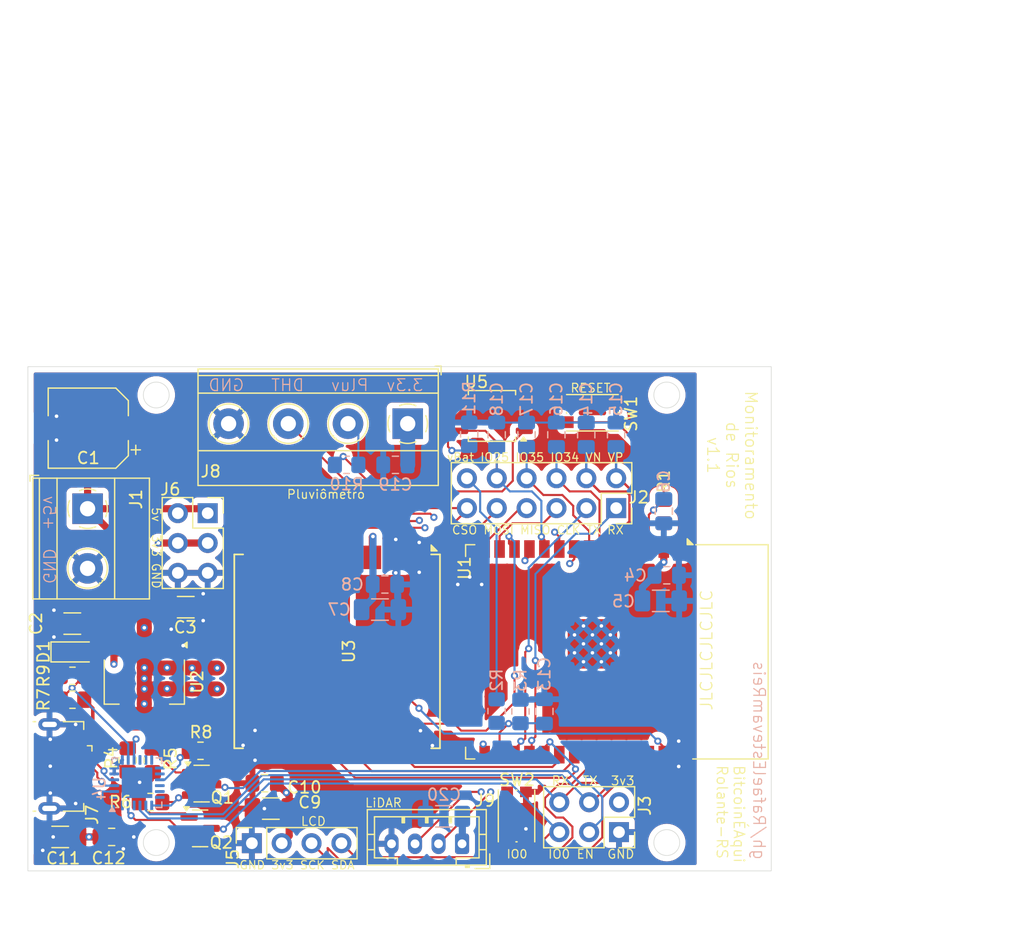
<source format=kicad_pcb>
(kicad_pcb (version 20240108) (generator "pcbnew") (generator_version "8.0")
  (layers (0 "F.Cu" signal) (1 "In1.Cu" signal) (2 "In2.Cu" signal) (31 "B.Cu" signal) (34 "B.Paste" user) (35 "F.Paste" user) (36 "B.SilkS" user "B.Silkscreen") (37 "F.SilkS" user "F.Silkscreen") (38 "B.Mask" user) (39 "F.Mask" user) (44 "Edge.Cuts" user))
  (net 0 "")
  (net 1 "+5V")
  (net 2 "GND")
  (net 3 "+3.3V")
  (net 4 "/EN")
  (net 5 "/VBAT_DIV")
  (net 6 "/AVN")
  (net 7 "/AVP")
  (net 8 "/IO34")
  (net 9 "/IO35")
  (net 10 "/IO25")
  (net 11 "/USB_VBUS")
  (net 12 "/VBAT")
  (net 13 "/RXD0")
  (net 14 "/IO0")
  (net 15 "/TXD0")
  (net 16 "/HSPI_CLK")
  (net 17 "/HSPI_MOSI")
  (net 18 "/HSPI_MISO")
  (net 19 "/HSPI_CSO")
  (net 20 "/L_TXD")
  (net 21 "/L_RXD")
  (net 22 "/LCD_SCK")
  (net 23 "/LCD_SDA")
  (net 24 "/USB_DN")
  (net 25 "/USB_DP")
  (net 27 "/RTS")
  (net 28 "Net-(Q1-B)")
  (net 29 "/DTR")
  (net 30 "Net-(Q2-B)")
  (net 31 "Net-(U4-~{RST})")
  (net 32 "/VBUS_DIV")
  (net 33 "/UART_SUSPEND")
  (net 34 "/SX_DIO0")
  (net 35 "/SX_SCK")
  (net 41 "/SX_MOSI")
  (net 42 "/SX_NSS")
  (net 43 "/SX_RST")
  (net 45 "/SX_MISO")
  (net 46 "/DX_DIO1")
  (net 49 "/SX_DIO2")
  (net 64 "/S_PLUV_RAW")
  (net 65 "Net-(R10-Pad1)")
  (net 66 "Net-(R11-Pad2)")
  (footprint "Resistor_SMD:R_0805_2012Metric_Pad1.20x1.40mm_HandSolder" (layer "F.Cu") (at 149.5485 90.7925 90)
    (property "Reference" "R1")
    (property "Value" "12k")
  )
  (footprint "Connector_PinSocket_2.54mm:PinSocket_1x04_P2.54mm_Vertical" (layer "F.Cu") (at 114.5032 119.0244 90)
    (property "Reference" "J5")
    (property "Value" "LCD")
  )
  (footprint "Capacitor_SMD:C_0805_2012Metric_Pad1.18x1.45mm_HandSolder" (layer "F.Cu") (at 102.574 118.491)
    (property "Reference" "C12")
    (property "Value" "100nF")
  )
  (footprint "Button_Switch_SMD:SW_Push_1P1T_NO_CK_KMR2" (layer "F.Cu") (at 143.4772 82.3848)
    (property "Reference" "SW1")
    (property "Value" "EN")
  )
  (footprint "Resistor_SMD:R_0805_2012Metric_Pad1.20x1.40mm_HandSolder" (layer "F.Cu") (at 99.2405 106.807 180)
    (property "Reference" "R7")
    (property "Value" "22k1")
  )
  (footprint "Capacitor_SMD:C_1206_3216Metric_Pad1.33x1.80mm_HandSolder" (layer "F.Cu") (at 99.2255 100.33 180)
    (property "Reference" "C2")
    (property "Value" "22uF")
  )
  (footprint "Package_TO_SOT_SMD:SOT-223-3_TabPin2" (layer "F.Cu") (at 105.3525 105.2795 -90)
    (property "Reference" "U2")
    (property "Value" "AMS1117")
  )
  (footprint "Connector_PinSocket_2.54mm:PinSocket_2x06_P2.54mm_Vertical" (layer "F.Cu") (at 145.5 90.5 -90)
    (property "Reference" "J2")
    (property "Value" "IO")
  )
  (footprint "Capacitor_SMD:C_0805_2012Metric_Pad1.18x1.45mm_HandSolder" (layer "F.Cu") (at 115.5915 113.919)
    (property "Reference" "C10")
    (property "Value" "100nF")
  )
  (footprint "Resistor_SMD:R_0805_2012Metric_Pad1.20x1.40mm_HandSolder" (layer "F.Cu") (at 105.8832 115.5192 180)
    (property "Reference" "R6")
    (property "Value" "10k")
  )
  (footprint "Resistor_SMD:R_0805_2012Metric_Pad1.20x1.40mm_HandSolder" (layer "F.Cu") (at 99.2405 104.775 180)
    (property "Reference" "R9")
    (property "Value" "47k5")
  )
  (footprint "Resistor_SMD:R_0805_2012Metric_Pad1.20x1.40mm_HandSolder" (layer "F.Cu") (at 110.1325 111.1575)
    (property "Reference" "R8")
    (property "Value" "10k")
  )
  (footprint "Connector_PinSocket_2.54mm:PinSocket_2x03_P2.54mm_Vertical" (layer "F.Cu") (at 145.7385 118.0815 -90)
    (property "Reference" "J3")
    (property "Value" "PGM2")
  )
  (footprint "Capacitor_SMD:C_1206_3216Metric_Pad1.33x1.80mm_HandSolder" (layer "F.Cu") (at 108.8775 98.933)
    (property "Reference" "C3")
    (property "Value" "22uF")
  )
  (footprint "RF_Module:ESP32-WROOM-32" (layer "F.Cu") (at 142.5685 102.7345 -90)
    (property "Reference" "U1")
    (property "Value" "ESP32-WROOM-32")
  )
  (footprint "Capacitor_SMD:CP_Elec_6.3x5.7" (layer "F.Cu") (at 100.584 83.693 180)
    (property "Reference" "C1")
    (property "Value" "100uF")
  )
  (footprint "Package_SO:SOP-4_3.8x4.1mm_P2.54mm" (layer "F.Cu") (at 134.9316 82.6516 180)
    (property "Reference" "U5")
    (property "Value" "PC817")
  )
  (footprint "Button_Switch_SMD:SW_Push_1P1T_NO_CK_KMR2" (layer "F.Cu") (at 137.0204 116.7056 -90)
    (property "Reference" "SW2")
    (property "Value" "IO0")
  )
  (footprint "Diode_SMD:D_SOD-323_HandSoldering" (layer "F.Cu") (at 99.421 102.743)
    (property "Reference" "D1")
    (property "Value" "BAT760-7")
  )
  (footprint "Capacitor_SMD:C_1206_3216Metric_Pad1.33x1.80mm_HandSolder" (layer "F.Cu") (at 98.196 118.491 180)
    (property "Reference" "C11")
    (property "Value" "4.7uF")
  )
  (footprint "Capacitor_SMD:C_1206_3216Metric_Pad1.33x1.80mm_HandSolder" (layer "F.Cu") (at 116.1165 116.078 180)
    (property "Reference" "C9")
    (property "Value" "22uF")
  )
  (footprint "TerminalBlock_Phoenix:TerminalBlock_Phoenix_MKDS-1,5-4-5.08_1x04_P5.08mm_Horizontal" (layer "F.Cu") (at 127.762 83.312 180)
    (property "Reference" "J8")
    (property "Value" "Pluv")
  )
  (footprint "Connector_USB:USB_Micro-B_GCT_USB3076-30-A" (layer "F.Cu") (at 98.4875 112.488 -90)
    (property "Reference" "J7")
    (property "Value" "USB_B_Micro")
  )
  (footprint "Package_TO_SOT_SMD:SOT-23" (layer "F.Cu") (at 110.1 117.7615)
    (property "Reference" "Q2")
    (property "Value" "SS8050-G")
  )
  (footprint "Resistor_SMD:R_0805_2012Metric_Pad1.20x1.40mm_HandSolder" (layer "F.Cu") (at 103.9368 111.9538 -90)
    (property "Reference" "R4")
    (property "Value" "2k")
  )
  (footprint "Package_TO_SOT_SMD:SOT-23" (layer "F.Cu") (at 110.227 113.9515)
    (property "Reference" "Q1")
    (property "Value" "SS8050-G")
  )
  (footprint "Resistor_SMD:R_0805_2012Metric_Pad1.20x1.40mm_HandSolder" (layer "F.Cu") (at 106.0704 111.9726 90)
    (property "Reference" "R5")
    (property "Value" "10k")
  )
  (footprint "RF_Module:Ai-Thinker-Ra-01-LoRa" (layer "F.Cu") (at 121.757 102.693 -90)
    (property "Reference" "U3")
    (property "Value" "Ai-Thinker-Ra-02")
  )
  (footprint "Connector_PinSocket_2.54mm:PinSocket_2x03_P2.54mm_Vertical" (layer "F.Cu") (at 110.744 90.932)
    (property "Reference" "J6")
    (property "Value" "SNS_PWR")
  )
  (footprint "Connector_JST:JST_PH_B4B-PH-K_1x04_P2.00mm_Vertical" (layer "F.Cu") (at 132.3848 119.0752 180)
    (property "Reference" "J9")
    (property "Value" "Lidar")
  )
  (footprint "TerminalBlock_Phoenix:TerminalBlock_Phoenix_MKDS-1,5-2-5.08_1x02_P5.08mm_Horizontal" (layer "F.Cu") (at 100.5265 90.551 -90)
    (property "Reference" "J1")
    (property "Value" "5vEx")
  )
  (footprint "Capacitor_SMD:C_0805_2012Metric_Pad1.18x1.45mm_HandSolder" (layer "B.Cu") (at 125.821 96.9995)
    (property "Reference" "C8")
    (property "Value" "100nf")
  )
  (footprint "Capacitor_SMD:C_0805_2012Metric_Pad1.18x1.45mm_HandSolder" (layer "B.Cu") (at 149.5485 90.755 -90)
    (property "Reference" "C6")
    (property "Value" "100nF")
  )
  (footprint "Capacitor_SMD:C_1206_3216Metric_Pad1.33x1.80mm_HandSolder" (layer "B.Cu") (at 130.8485 116.7384 180)
    (property "Reference" "C20")
    (property "Value" "22uF")
  )
  (footprint "Capacitor_SMD:C_0805_2012Metric_Pad1.18x1.45mm_HandSolder" (layer "B.Cu") (at 137.8712 84.2557 -90)
    (property "Reference" "C17")
    (property "Value" "100nF")
  )
  (footprint "Resistor_SMD:R_0805_2012Metric_Pad1.20x1.40mm_HandSolder" (layer "B.Cu") (at 137.3565 107.8105 90)
    (property "Reference" "R3")
    (property "Value" "8k2")
  )
  (footprint "Package_DFN_QFN:QFN-24-1EP_4x4mm_P0.5mm_EP2.6x2.6mm" (layer "B.Cu") (at 104.7325 113.8755)
    (property "Reference" "U4")
    (property "Value" "CP2102N")
  )
  (footprint "Capacitor_SMD:C_0805_2012Metric_Pad1.18x1.45mm_HandSolder" (layer "B.Cu") (at 149.8025 96.216)
    (property "Reference" "C4")
    (property "Value" "100nF")
  )
  (footprint "Capacitor_SMD:C_0805_2012Metric_Pad1.18x1.45mm_HandSolder" (layer "B.Cu") (at 140.4112 84.2557 -90)
    (property "Reference" "C16")
    (property "Value" "100nF")
  )
  (footprint "Resistor_SMD:R_0805_2012Metric_Pad1.20x1.40mm_HandSolder" (layer "B.Cu") (at 122.5644 86.8172)
    (property "Reference" "R10")
    (property "Value" "470R")
  )
  (footprint "Capacitor_SMD:C_0805_2012Metric_Pad1.18x1.45mm_HandSolder" (layer "B.Cu") (at 142.9512 84.2557 -90)
    (property "Reference" "C14")
    (property "Value" "100nF")
  )
  (footprint "Resistor_SMD:R_0805_2012Metric_Pad1.20x1.40mm_HandSolder" (layer "B.Cu") (at 135.3245 107.7785 -90)
    (property "Reference" "R2")
    (property "Value" "100k")
  )
  (footprint "Capacitor_SMD:C_0805_2012Metric_Pad1.18x1.45mm_HandSolder" (layer "B.Cu") (at 139.3885 107.805 -90)
    (property "Reference" "C13")
    (property "Value" "100nF")
  )
  (footprint "Capacitor_SMD:C_1206_3216Metric_Pad1.33x1.80mm_HandSolder" (layer "B.Cu") (at 125.4015 99.137)
    (property "Reference" "C7")
    (property "Value" "22uF")
  )
  (footprint "Capacitor_SMD:C_0805_2012Metric_Pad1.18x1.45mm_HandSolder" (layer "B.Cu") (at 126.7167 86.8172)
    (property "Reference" "C19")
    (property "Value" "22uF")
  )
  (footprint "Capacitor_SMD:C_1206_3216Metric_Pad1.33x1.80mm_HandSolder" (layer "B.Cu") (at 149.2945 98.3965)
    (property "Reference" "C5")
    (property "Value" "22uF")
  )
  (footprint "Capacitor_SMD:C_0805_2012Metric_Pad1.18x1.45mm_HandSolder" (layer "B.Cu") (at 145.4912 84.2557 -90)
    (property "Reference" "C15")
    (property "Value" "100nF")
  )
  (footprint "Capacitor_SMD:C_0805_2012Metric_Pad1.18x1.45mm_HandSolder" (layer "B.Cu") (at 135.3312 84.2557 -90)
    (property "Reference" "C18")
    (property "Value" "100nF")
  )
  (footprint "Resistor_SMD:R_0805_2012Metric_Pad1.20x1.40mm_HandSolder" (layer "B.Cu") (at 132.9944 84.2104 -90)
    (property "Reference" "R11")
    (property "Value" "10k")
  )
  (gr_circle (center 149.8025 80.8705) (end 149.8025 81.9705) (stroke (width 0.05)) (fill none) (layer "Edge.Cuts"))
  (gr_rect (start 95.4465 78.4575) (end 158.6925 121.3835) (stroke (width 0.05)) (fill none) (layer "Edge.Cuts"))
  (gr_circle (center 149.8025 118.9705) (end 149.8025 120.0705) (stroke (width 0.05)) (fill none) (layer "Edge.Cuts"))
  (gr_circle (center 106.3685 80.8705) (end 106.3685 81.9705) (stroke (width 0.05)) (fill none) (layer "Edge.Cuts"))
  (gr_circle (center 106.3685 118.9705) (end 106.3685 120.0705) (stroke (width 0.05)) (fill none) (layer "Edge.Cuts"))
  (gr_text "3.3v  Pluv   DHT   GND" (at 129.159 80.6196 0) (layer "B.SilkS") (effects (font (size 1 1) (thickness 0.1)) (justify left bottom mirror)))
  (gr_text "GND  +5v" (at 96.6724 97.028 270) (layer "B.SilkS") (effects (font (size 1 1) (thickness 0.1)) (justify left bottom mirror)))
  (gr_text "gh/RafaelEstevamReis" (at 157.0736 120.4976 -90) (layer "B.SilkS") (effects (font (size 1 1) (thickness 0.1)) (justify left bottom mirror)))
  (gr_text "IO0 EN  GND" (at 139.6492 120.396 0) (layer "F.SilkS") (effects (font (size 0.75 0.75) (thickness 0.1)) (justify left bottom)))
  (gr_text "vBat IO25 IO35 IO34 VN VP" (at 131.0386 86.5886 0) (layer "F.SilkS") (effects (font (size 0.7112 0.7112) (thickness 0.1)) (justify left bottom)))
  (gr_text "RESET" (at 141.5542 80.7212 0) (layer "F.SilkS") (effects (font (size 0.75 0.75) (thickness 0.1)) (justify left bottom)))
  (gr_text "LiDAR" (at 124.079 116.0272 0) (layer "F.SilkS") (effects (font (size 0.75 0.75) (thickness 0.1)) (justify left bottom)))
  (gr_text "CSO MOSI MISO CLK TX RX" (at 131.4704 92.7862 0) (layer "F.SilkS") (effects (font (size 0.7112 0.7112) (thickness 0.1)) (justify left bottom)))
  (gr_text "Pluviômetro" (at 117.4242 89.7636 0) (layer "F.SilkS") (effects (font (size 0.75 0.75) (thickness 0.1)) (justify left bottom)))
  (gr_text "BitcoinÉAqui\nRolante-RS" (at 153.9748 112.3188 270) (layer "F.SilkS") (effects (font (size 0.9 0.9) (thickness 0.1)) (justify left bottom)))
  (gr_text "GND 3v3 SCK SDA" (at 113.3856 121.3104 0) (layer "F.SilkS") (effects (font (size 0.7112 0.7112) (thickness 0.1)) (justify left bottom)))
  (gr_text "Monitoramento\nde Rios\nv1.1" (at 153.162 86.0044 270) (layer "F.SilkS") (effects (font (size 1 1) (thickness 0.1)) (justify bottom)))
  (gr_text "IO0" (at 136.1186 120.3706 0) (layer "F.SilkS") (effects (font (size 0.7112 0.7112) (thickness 0.1)) (justify left bottom)))
  (gr_text "RX  TX  3v3" (at 139.954 114.1476 0) (layer "F.SilkS") (effects (font (size 0.75 0.75) (thickness 0.1)) (justify left bottom)))
  (gr_text "LCD" (at 118.618 117.602 0) (layer "F.SilkS") (effects (font (size 0.75 0.75) (thickness 0.1)) (justify left bottom)))
  (gr_text "5v  3v3 GND" (at 105.9434 90.3732 270) (layer "F.SilkS") (effects (font (size 0.7112 0.7112) (thickness 0.1)) (justify left bottom)))
  (gr_text "JLCJLCJLCJLC" (at 153.7716 107.7976 90) (layer "F.SilkS") (effects (font (size 1 1) (thickness 0.1)) (justify left bottom)))
  (segment (start 100.5265 90.551) (end 100.5265 86.4505) (width 0.6096) (layer "F.Cu") (net 1))
  (segment (start 100.5265 90.551) (end 110.49 90.551) (width 0.6096) (layer "F.Cu") (net 1))
  (segment (start 98.375 102.743) (end 100.788 100.33) (width 0.3048) (layer "F.Cu") (net 1))
  (segment (start 110.49 90.551) (end 110.744 90.805) (width 0.6096) (layer "F.Cu") (net 1))
  (segment (start 100.788 100.33) (end 103.0525 100.33) (width 0.6096) (layer "F.Cu") (net 1))
  (segment (start 100.5265 86.4505) (end 103.284 83.693) (width 0.6096) (layer "F.Cu") (net 1))
  (segment (start 102.7684 103.7844) (end 102.7684 102.4136) (width 0.6096) (layer "F.Cu") (net 1))
  (segment (start 98.171 102.743) (end 98.375 102.743) (width 0.3048) (layer "F.Cu") (net 1))
  (segment (start 103.0525 102.2315) (end 103.0525 100.33) (width 0.6096) (layer "F.Cu") (net 1))
  (segment (start 103.0525 100.33) (end 103.0525 93.077) (width 0.6096) (layer "F.Cu") (net 1))
  (segment (start 103.0525 93.077) (end 100.5265 90.551) (width 0.6096) (layer "F.Cu") (net 1))
  (segment (start 102.7684 102.4136) (end 103.0525 102.1295) (width 0.6096) (layer "F.Cu") (net 1))
  (via (at 102.7684 103.7844) (size 0.6096) (drill 0.3048) (layers "F.Cu" "B.Cu") (net 1))
  (segment (start 132.411 116.7384) (end 132.411 119.049) (width 0.6096) (layer "B.Cu") (net 1))
  (segment (start 132.411 119.049) (end 132.3848 119.0752) (width 0.6096) (layer "B.Cu") (net 1))
  (segment (start 99.9375 113.788) (end 97.4625 113.788) (width 0.1778) (layer "F.Cu") (net 2))
  (segment (start 99.5175 110.168) (end 99.5175 108.921) (width 0.3048) (layer "F.Cu") (net 2))
  (segment (start 98.4825 110.168) (end 97.2875 111.363) (width 0.3048) (layer "F.Cu") (net 2))
  (segment (start 99.5175 110.168) (end 98.4825 110.168) (width 0.3048) (layer "F.Cu") (net 2))
  (segment (start 128.8475 109.4455) (end 128.8475 110.6025) (width 0.1778) (layer "F.Cu") (net 2))
  (segment (start 99.9375 113.788) (end 99.9375 114.388) (width 0.1778) (layer "F.Cu") (net 2))
  (segment (start 99.5175 108.921) (end 99.5105 108.914) (width 0.3048) (layer "F.Cu") (net 2))
  (segment (start 128.8475 110.6025) (end 128.757 110.693) (width 0.1778) (layer "F.Cu") (net 2))
  (segment (start 97.4625 113.788) (end 97.2875 113.613) (width 0.1778) (layer "F.Cu") (net 2))
  (segment (start 126.757 94.693) (end 126.757 93.248) (width 0.6096) (layer "F.Cu") (net 2))
  (segment (start 99.9375 114.388) (end 99.5175 114.808) (width 0.1778) (layer "F.Cu") (net 2))
  (via (at 115.57 116.078) (size 0.6096) (drill 0.3048) (layers "F.Cu" "B.Cu") (net 2))
  (via (at 97.663 101.473) (size 0.6096) (drill 0.3048) (layers "F.Cu" "B.Cu") (net 2))
  (via (at 114.772 109.424) (size 0.6096) (drill 0.3048) (layers "F.Cu" "B.Cu") (net 2))
  (via (at 129.8635 110.7155) (size 0.6096) (drill 0.3048) (layers "F.Cu" "B.Cu") (net 2))
  (via (at 133.0385 96.3645) (size 0.6096) (drill 0.3048) (layers "F.Cu" "B.Cu") (net 2))
  (via (at 150.8185 112.4935) (size 0.6096) (drill 0.3048) (layers "F.Cu" "B.Cu") (net 2))
  (via (at 97.3515 110.184) (size 0.6096) (drill 0.3048) (layers "F.Cu" "B.Cu") (net 2))
  (via (at 103.5685 119.507) (size 0.6096) (drill 0.3048) (layers "F.Cu" "B.Cu") (net 2))
  (via (at 150.8185 110.3345) (size 0.6096) (drill 0.3048) (layers "F.Cu" "B.Cu") (net 2))
  (via (at 126.746 93.168) (size 0.6096) (drill 0.3048) (layers "F.Cu" "B.Cu") (net 2))
  (via (at 128.742 93.422) (size 0.6096) (drill 0.3048) (layers "F.Cu" "B.Cu") (net 2))
  (via (at 96.7105 119.634) (size 0.6096) (drill 0.3048) (layers "F.Cu" "B.Cu") (net 2))
  (via (at 97.3515 114.756) (size 0.6096) (drill 0.3048) (layers "F.Cu" "B.Cu") (net 2))
  (via (at 104.4575 118.491) (size 0.6096) (drill 0.3048) (layers "F.Cu" "B.Cu") (net 2))
  (via (at 132.0225 96.9995) (size 0.6096) (drill 0.3048) (layers "F.Cu" "B.Cu") (net 2))
  (via (at 108.6545 102.2065) (size 0.6096) (drill 0.3048) (layers "F.Cu" "B.Cu") (net 2))
  (via (at 99.5105 115.645) (size 0.6096) (drill 0.3048) (layers "F.Cu" "B.Cu") (net 2))
  (via (at 99.5105 108.914) (size 0.6096) (drill 0.3048) (layers "F.Cu" "B.Cu") (net 2))
  (via (at 126.746 96.012) (size 0.6096) (drill 0.3048) (layers "F.Cu" "B.Cu") (net 2))
  (via (at 137.8204 117.8052) (size 0.6096) (drill 0.3048) (layers "F.Cu" "B.Cu") (net 2))
  (via (at 110.363 97.79) (size 0.6096) (drill 0.3048) (layers "F.Cu" "B.Cu") (net 2))
  (via (at 97.5995 118.491) (size 0.6096) (drill 0.3048) (layers "F.Cu" "B.Cu") (net 2))
  (via (at 97.884 84.709) (size 0.6096) (drill 0.3048) (layers "F.Cu" "B.Cu") (net 2))
  (via (at 97.3515 112.47) (size 0.6096) (drill 0.3048) (layers "F.Cu" "B.Cu") (net 2))
  (via (at 128.742 95.962) (size 0.6096) (drill 0.3048) (layers "F.Cu" "B.Cu") (net 2))
  (via (at 110.363 100.076) (size 0.6096) (drill 0.3048) (layers "F.Cu" "B.Cu") (net 2))
  (via (at 134.0545 96.9995) (size 0.6096) (drill 0.3048) (layers "F.Cu" "B.Cu") (net 2))
  (via (at 107.6385 100.8095) (size 0.6096) (drill 0.3048) (layers "F.Cu" "B.Cu") (net 2))
  (via (at 114.772 111.964) (size 0.6096) (drill 0.3048) (layers "F.Cu" "B.Cu") (net 2))
  (via (at 128.8475 109.4455) (size 0.6096) (drill 0.3048) (layers "F.Cu" "B.Cu") (net 2))
  (via (at 101.5425 114.7795) (size 0.6096) (drill 0.3048) (layers "F.Cu" "B.Cu") (net 2))
  (via (at 104.9528 113.8428) (size 0.6096) (drill 0.3048) (layers "F.Cu" "B.Cu") (net 2))
  (via (at 97.663 99.187) (size 0.6096) (drill 0.3048) (layers "F.Cu" "B.Cu") (net 2))
  (via (at 97.884 82.677) (size 0.6096) (drill 0.3048) (layers "F.Cu" "B.Cu") (net 2))
  (via (at 113.756 110.694) (size 0.6096) (drill 0.3048) (layers "F.Cu" "B.Cu") (net 2))
  (segment (start 126.837 93.168) (end 126.837 95.921) (width 0.6096) (layer "B.Cu") (net 2))
  (segment (start 126.837 96.978) (end 126.8585 96.9995) (width 0.6096) (layer "B.Cu") (net 2))
  (segment (start 135.085 83.2182) (end 135.0772 83.2104) (width 0.1778) (layer "B.Cu") (net 2))
  (segment (start 126.837 95.921) (end 126.746 96.012) (width 0.6096) (layer "B.Cu") (net 2))
  (segment (start 135.0772 83.2104) (end 132.9944 83.2104) (width 0.1778) (layer "B.Cu") (net 2))
  (segment (start 102.795 114.6255) (end 101.6965 114.6255) (width 0.1778) (layer "B.Cu") (net 2))
  (segment (start 101.6965 114.6255) (end 101.5425 114.7795) (width 0.1778) (layer "B.Cu") (net 2))
  (segment (start 126.746 96.012) (end 126.837 96.103) (width 0.6096) (layer "B.Cu") (net 2))
  (segment (start 126.837 96.103) (end 126.837 96.978) (width 0.6096) (layer "B.Cu") (net 2))
  (segment (start 135.3312 83.2182) (end 135.085 83.2182) (width 0.1778) (layer "B.Cu") (net 2))
  (segment (start 135.3312 83.2182) (end 145.4912 83.2182) (width 0.1778) (layer "B.Cu") (net 2))
  (segment (start 108.204 93.472) (end 106.553 93.472) (width 0.6096) (layer "F.Cu") (net 3))
  (segment (start 105.3525 103.6035) (end 105.3525 102.2315) (width 1.27) (layer "F.Cu") (net 3))
  (segment (start 105.3592 104.0892) (end 105.3525 104.0825) (width 1.27) (layer "F.Cu") (net 3))
  (segment (start 105.3525 102.2315) (end 105.3525 100.6825) (width 1.27) (layer "F.Cu") (net 3))
  (segment (start 107.2896 105.8672) (end 107.3119 105.8895) (width 1.27) (layer "F.Cu") (net 3))
  (segment (start 99.822 118.491) (end 100.711 118.491) (width 0.6096) (layer "F.Cu") (net 3))
  (segment (start 107.2673 104.1115) (end 105.8605 104.1115) (width 1.27) (layer "F.Cu") (net 3))
  (segment (start 117.679 116.078) (end 117.679 118.3886) (width 0.6096) (layer "F.Cu") (net 3))
  (segment (start 105.3525 100.6825) (end 105.3525 99.8795) (width 1.27) (layer "F.Cu") (net 3))
  (segment (start 103.857 113.03) (end 102.8125 111.9855) (width 0.1778) (layer "F.Cu") (net 3))
  (segment (start 110.744 93.472) (end 108.204 93.472) (width 0.6096) (layer "F.Cu") (net 3))
  (segment (start 109.4165 105.8895) (end 111.5568 105.8895) (width 1.27) (layer "F.Cu") (net 3))
  (segment (start 149.5485 95.0945) (end 149.5485 93.9845) (width 0.6096) (layer "F.Cu") (net 3))
  (segment (start 105.3525 107.1595) (end 105.3525 105.8895) (width 1.27) (layer "F.Cu") (net 3))
  (segment (start 105.3525 104.8735) (end 105.3525 104.0959) (width 1.27) (layer "F.Cu") (net 3))
  (segment (start 103.9368 113.03) (end 103.857 113.03) (width 0.1778) (layer "F.Cu") (net 3))
  (segment (start 117.679 114.969) (end 116.629 113.919) (width 0.6096) (layer "F.Cu") (net 3))
  (segment (start 124.757 94.693) (end 124.757 92.962) (width 0.6096) (layer "F.Cu") (net 3))
  (segment (start 149.5485 91.7925) (end 149.5485 93.9845) (width 0.1778) (layer "F.Cu") (net 3))
  (segment (start 117.679 118.3886) (end 117.0432 119.0244) (width 0.6096) (layer "F.Cu") (net 3))
  (segment (start 105.3525 99.8795) (end 106.299 98.933) (width 1.27) (layer "F.Cu") (net 3))
  (segment (start 106.299 98.933) (end 107.315 98.933) (width 1.27) (layer "F.Cu") (net 3))
  (segment (start 117.679 116.078) (end 117.679 114.969) (width 0.6096) (layer "F.Cu") (net 3))
  (segment (start 109.4165 104.1115) (end 111.5568 104.1115) (width 1.27) (layer "F.Cu") (net 3))
  (segment (start 107.3119 105.8895) (end 109.4165 105.8895) (width 1.27) (layer "F.Cu") (net 3))
  (segment (start 100.6475 118.491) (end 101.5365 118.491) (width 0.6096) (layer "F.Cu") (net 3))
  (segment (start 105.3525 104.0959) (end 105.3592 104.0892) (width 1.27) (layer "F.Cu") (net 3))
  (segment (start 105.3525 108.5315) (end 105.3525 107.1595) (width 1.27) (layer "F.Cu") (net 3))
  (segment (start 107.2673 105.8895) (end 107.2896 105.8672) (width 1.27) (layer "F.Cu") (net 3))
  (segment (start 105.3525 105.8895) (end 105.3525 104.8735) (width 1.27) (layer "F.Cu") (net 3))
  (segment (start 105.3525 104.0825) (end 105.3525 103.6035) (width 1.27) (layer "F.Cu") (net 3))
  (segment (start 105.3525 105.8895) (end 107.2673 105.8895) (width 1.27) (layer "F.Cu") (net 3))
  (segment (start 109.4165 104.1115) (end 107.3119 104.1115) (width 1.27) (layer "F.Cu") (net 3))
  (segment (start 124.757 92.962) (end 124.805 92.914) (width 0.6096) (layer "F.Cu") (net 3))
  (via (at 102.8125 111.9855) (size 0.6096) (drill 0.3048) (layers "F.Cu" "B.Cu") (net 3))
  (via (at 105.3525 107.1595) (size 0.6096) (drill 0.3048) (layers "F.Cu" "B.Cu") (net 3))
  (via (at 100.6475 118.491) (size 0.6096) (drill 0.3048) (layers "F.Cu" "B.Cu") (net 3))
  (via (at 105.3592 104.0892) (size 0.6096) (drill 0.3048) (layers "F.Cu" "B.Cu") (net 3))
  (via (at 117.433 114.723) (size 0.6096) (drill 0.3048) (layers "F.Cu" "B.Cu") (net 3))
  (via (at 106.553 93.472) (size 0.6096) (drill 0.3048) (layers "F.Cu" "B.Cu") (net 3))
  (via (at 107.2896 105.8672) (size 0.6096) (drill 0.3048) (layers "F.Cu" "B.Cu") (net 3))
  (via (at 111.5568 105.8895) (size 0.6096) (drill 0.3048) (layers "F.Cu" "B.Cu") (net 3))
  (via (at 109.4165 104.1115) (size 0.6096) (drill 0.3048) (layers "F.Cu" "B.Cu") (net 3))
  (via (at 109.4165 105.8895) (size 0.6096) (drill 0.3048) (layers "F.Cu" "B.Cu") (net 3))
  (via (at 111.5568 104.1115) (size 0.6096) (drill 0.3048) (layers "F.Cu" "B.Cu") (net 3))
  (via (at 105.3525 105.0036) (size 0.6096) (drill 0.3048) (layers "F.Cu" "B.Cu") (net 3))
  (via (at 105.3525 100.6825) (size 0.6096) (drill 0.3048) (layers "F.Cu" "B.Cu") (net 3))
  (via (at 149.5485 95.0945) (size 0.6096) (drill 0.3048) (layers "F.Cu" "B.Cu") (net 3))
  (via (at 105.3525 105.8895) (size 0.6096) (drill 0.3048) (layers "F.Cu" "B.Cu") (net 3))
  (via (at 124.805 92.914) (size 0.6096) (drill 0.3048) (layers "F.Cu" "B.Cu") (net 3))
  (via (at 107.2896 104.0892) (size 0.6096) (drill 0.3048) (layers "F.Cu" "B.Cu") (net 3))
  (segment (start 124.7835 98.1925) (end 123.839 99.137) (width 0.6096) (layer "B.Cu") (net 3))
  (segment (start 102.8125 111.9855) (end 103.12375 112.29675) (width 0.3048) (layer "B.Cu") (net 3))
  (segment (start 148.765 95.878) (end 149.5485 95.0945) (width 0.6096) (layer "B.Cu") (net 3))
  (segment (start 147.732 97.249) (end 148.765 96.216) (width 0.6096) (layer "B.Cu") (net 3))
  (segment (start 147.732 98.3965) (end 147.732 97.249) (width 0.6096) (layer "B.Cu") (net 3))
  (segment (start 148.765 96.216) (end 148.765 95.878) (width 0.6096) (layer "B.Cu") (net 3))
  (segment (start 102.795 112.6255) (end 103.12375 112.29675) (width 0.3048) (layer "B.Cu") (net 3))
  (segment (start 127.762 83.312) (end 127.762 86.8094) (width 1.27) (layer "B.Cu") (net 3))
  (segment (start 124.7835 96.9995) (end 124.7835 98.1925) (width 0.6096) (layer "B.Cu") (net 3))
  (segment (start 124.805 96.978) (end 124.7835 96.9995) (width 0.6096) (layer "B.Cu") (net 3))
  (segment (start 102.795 113.1255) (end 102.795 112.6255) (width 0.3048) (layer "B.Cu") (net 3))
  (segment (start 127.762 86.8094) (end 127.7542 86.8172) (width 1.27) (layer "B.Cu") (net 3))
  (segment (start 103.12375 112.29675) (end 103.4825 111.938) (width 0.3048) (layer "B.Cu") (net 3))
  (segment (start 124.805 92.914) (end 124.805 96.978) (width 0.6096) (layer "B.Cu") (net 3))
  (segment (start 112.2105 114.2715) (end 111.4845 114.2715) (width 0.1778) (layer "F.Cu") (net 4))
  (segment (start 149.5485 89.7925) (end 148.6755 90.6655) (width 0.1778) (layer "F.Cu") (net 4))
  (segment (start 148.2785 91.0625) (end 148.2785 93.9845) (width 0.1778) (layer "F.Cu") (net 4))
  (segment (start 148.6755 90.6655) (end 148.2785 91.0625) (width 0.1778) (layer "F.Cu") (net 4))
  (segment (start 111.4845 114.2715) (end 111.1645 113.9515) (width 0.1778) (layer "F.Cu") (net 4))
  (segment (start 149.5485 89.7925) (end 149.5485 87.2061) (width 0.1778) (layer "F.Cu") (net 4))
  (segment (start 141.4272 83.1848) (end 145.5272 83.1848) (width 0.1778) (layer "F.Cu") (net 4))
  (segment (start 149.5485 87.2061) (end 145.5272 83.1848) (width 0.1778) (layer "F.Cu") (net 4))
  (via (at 112.2105 114.2715) (size 0.6096) (drill 0.3048) (layers "F.Cu" "B.Cu") (net 4))
  (via (at 148.6755 90.6655) (size 0.6096) (drill 0.3048) (layers "F.Cu" "B.Cu") (net 4))
  (segment (start 143.1985 118.0815) (end 144.3152 116.9648) (width 0.1778) (layer "B.Cu") (net 4))
  (segment (start 115.2144 112.8776) (end 113.762 114.33) (width 0.1778) (layer "B.Cu") (net 4))
  (segment (start 112.269 114.33) (end 112.2105 114.2715) (width 0.1778) (layer "B.Cu") (net 4))
  (segment (start 142.580674 114.0692) (end 141.389074 112.8776) (width 0.1778) (layer "B.Cu") (net 4))
  (segment (start 113.762 114.33) (end 112.269 114.33) (width 0.1778) (layer "B.Cu") (net 4))
  (segment (start 143.305453 114.0692) (end 142.580674 114.0692) (width 0.1778) (layer "B.Cu") (net 4))
  (segment (start 141.389074 112.8776) (end 115.2144 112.8776) (width 0.1778) (layer "B.Cu") (net 4))
  (segment (start 144.3152 116.9648) (end 144.3152 115.078947) (width 0.1778) (layer "B.Cu") (net 4))
  (segment (start 149.5485 89.7175) (end 149.5485 89.7925) (width 0.1778) (layer "B.Cu") (net 4))
  (segment (start 149.5485 89.7925) (end 148.6755 90.6655) (width 0.1778) (layer "B.Cu") (net 4))
  (segment (start 144.3152 115.078947) (end 143.305453 114.0692) (width 0.1778) (layer "B.Cu") (net 4))
  (segment (start 135.5785 111.4845) (end 135.5785 109.6045) (width 0.1778) (layer "F.Cu") (net 5))
  (segment (start 135.5785 109.6045) (end 136.3405 108.8425) (width 0.1778) (layer "F.Cu") (net 5))
  (via (at 136.3405 108.8425) (size 0.6096) (drill 0.3048) (layers "F.Cu" "B.Cu") (net 5))
  (segment (start 135.3245 108.8425) (end 136.3405 108.8425) (width 0.1778) (layer "B.Cu") (net 5))
  (segment (start 136.3405 108.8425) (end 137.3245 108.8425) (width 0.1778) (layer "B.Cu") (net 5))
  (segment (start 135.7055 109.2235) (end 135.3245 108.8425) (width 0.1778) (layer "B.Cu") (net 5))
  (segment (start 137.3245 108.8425) (end 137.3565 108.8105) (width 0.1778) (layer "B.Cu") (net 5))
  (segment (start 139.3885 108.8105) (end 137.1025 108.8105) (width 0.1778) (layer "B.Cu") (net 5))
  (segment (start 145.7385 92.5203) (end 146.6294 91.6294) (width 0.2032) (layer "F.Cu") (net 6))
  (segment (start 146.6294 91.6294) (end 146.6294 89.3706) (width 0.2032) (layer "F.Cu") (net 6))
  (segment (start 145.7385 93.9845) (end 145.7385 92.5203) (width 0.2032) (layer "F.Cu") (net 6))
  (segment (start 146.3482 89.0894) (end 144.0894 89.0894) (width 0.2032) (layer "F.Cu") (net 6))
  (segment (start 144.0894 89.0894) (end 142.96 87.96) (width 0.2032) (layer "F.Cu") (net 6))
  (segment (start 146.6294 89.3706) (end 146.3482 89.0894) (width 0.2032) (layer "F.Cu") (net 6))
  (segment (start 142.9512 87.9512) (end 142.96 87.96) (width 0.2032) (layer "B.Cu") (net 6))
  (segment (start 142.9512 85.2932) (end 142.9512 87.9512) (width 0.2032) (layer "B.Cu") (net 6))
  (segment (start 147.0104 93.9826) (end 147.0104 89.212784) (width 0.2032) (layer "F.Cu") (net 7))
  (segment (start 147.0085 93.9845) (end 147.0104 93.9826) (width 0.2032) (layer "F.Cu") (net 7))
  (segment (start 145.757616 87.96) (end 145.5 87.96) (width 0.2032) (layer "F.Cu") (net 7))
  (segment (start 147.0104 89.212784) (end 145.757616 87.96) (width 0.2032) (layer "F.Cu") (net 7))
  (segment (start 145.4912 87.9512) (end 145.5 87.96) (width 0.2032) (layer "B.Cu") (net 7))
  (segment (start 145.4912 85.2932) (end 145.4912 87.9512) (width 0.2032) (layer "B.Cu") (net 7))
  (segment (start 143.3267 89.0767) (end 141.5367 89.0767) (width 0.1778) (layer "F.Cu") (net 8))
  (segment (start 141.5367 89.0767) (end 140.42 87.96) (width 0.1778) (layer "F.Cu") (net 8))
  (segment (start 144.4685 93.9845) (end 144.0767 93.5927) (width 0.1778) (layer "F.Cu") (net 8))
  (segment (start 144.0767 89.8267) (end 143.3267 89.0767) (width 0.1778) (layer "F.Cu") (net 8))
  (segment (start 144.0767 93.5927) (end 144.0767 89.8267) (width 0.1778) (layer "F.Cu") (net 8))
  (segment (start 140.42 85.302) (end 140.4112 85.2932) (width 0.1778) (layer "B.Cu") (net 8))
  (segment (start 140.42 87.96) (end 140.42 85.302) (width 0.1778) (layer "B.Cu") (net 8))
  (segment (start 143.1985 93.9845) (end 143.1985 92.457753) (width 0.1778) (layer "F.Cu") (net 9))
  (segment (start 139.3033 89.3833) (end 137.88 87.96) (width 0.1778) (layer "F.Cu") (net 9))
  (segment (start 143.1985 92.457753) (end 141.8433 91.102553) (width 0.1778) (layer "F.Cu") (net 9))
  (segment (start 141.8433 91.102553) (end 141.8433 90.3103) (width 0.1778) (layer "F.Cu") (net 9))
  (segment (start 141.8433 90.3103) (end 140.9163 89.3833) (width 0.1778) (layer "F.Cu") (net 9))
  (segment (start 140.9163 89.3833) (end 139.3033 89.3833) (width 0.1778) (layer "F.Cu") (net 9))
  (segment (start 137.88 85.302) (end 137.8712 85.2932) (width 0.1778) (layer "B.Cu") (net 9))
  (segment (start 137.88 87.96) (end 137.88 85.302) (width 0.1778) (layer "B.Cu") (net 9))
  (segment (start 134.366 83.9216) (end 135.34 84.8956) (width 0.1778) (layer "F.Cu") (net 10))
  (segment (start 139.3885 93.9845) (end 139.3128 93.9088) (width 0.1778) (layer "F.Cu") (net 10))
  (segment (start 139.3885 93.9845) (end 139.3885 93.1895) (width 0.1778) (layer "F.Cu") (net 10))
  (segment (start 135.34 84.8956) (end 135.34 87.96) (width 0.1778) (layer "F.Cu") (net 10))
  (segment (start 139.3885 93.1895) (end 139.1345 92.9355) (width 0.1778) (layer "F.Cu") (net 10))
  (segment (start 132.1816 83.9216) (end 134.366 83.9216) (width 0.1778) (layer "F.Cu") (net 10))
  (via (at 139.1345 92.9355) (size 0.6096) (drill 0.3048) (layers "F.Cu" "B.Cu") (net 10))
  (segment (start 138.3267 89.0767) (end 136.4567 89.0767) (width 0.1778) (layer "B.Cu") (net 10))
  (segment (start 136.4567 89.0767) (end 135.34 87.96) (width 0.1778) (layer "B.Cu") (net 10))
  (segment (start 139.1345 89.8845) (end 138.3267 89.0767) (width 0.1778) (layer "B.Cu") (net 10))
  (segment (start 135.34 85.302) (end 135.3312 85.2932) (width 0.1778) (layer "B.Cu") (net 10))
  (segment (start 135.34 87.96) (end 135.34 85.302) (width 0.1778) (layer "B.Cu") (net 10))
  (segment (start 139.1345 92.9355) (end 139.1345 89.8845) (width 0.1778) (layer "B.Cu") (net 10))
  (segment (start 99.9375 111.188) (end 100.4375 111.188) (width 0.3048) (layer "F.Cu") (net 11))
  (segment (start 101.1707 105.8768) (end 100.2405 106.807) (width 0.3048) (layer "F.Cu") (net 11))
  (segment (start 100.9677 110.6578) (end 100.9677 107.5342) (width 0.3048) (layer "F.Cu") (net 11))
  (segment (start 100.4375 111.188) (end 100.9677 110.6578) (width 0.3048) (layer "F.Cu") (net 11))
  (segment (start 100.671 102.743) (end 101.1707 103.2427) (width 0.3048) (layer "F.Cu") (net 11))
  (segment (start 100.9677 107.5342) (end 100.2405 106.807) (width 0.3048) (layer "F.Cu") (net 11))
  (segment (start 101.1707 103.2427) (end 101.1707 105.8768) (width 0.3048) (layer "F.Cu") (net 11))
  (segment (start 133.9262 89.0862) (end 132.8 87.96) (width 0.1778) (layer "B.Cu") (net 12))
  (segment (start 135.3245 92.203753) (end 133.9262 90.805453) (width 0.1778) (layer "B.Cu") (net 12))
  (segment (start 133.9262 90.805453) (end 133.9262 89.0862) (width 0.1778) (layer "B.Cu") (net 12))
  (segment (start 135.3245 106.7785) (end 135.3245 92.203753) (width 0.1778) (layer "B.Cu") (net 12))
  (segment (start 145.7385 112.4123) (end 144.2603 113.8905) (width 0.1778) (layer "F.Cu") (net 13))
  (segment (start 145.7385 111.4845) (end 145.7385 112.4123) (width 0.1778) (layer "F.Cu") (net 13))
  (segment (start 144.2603 113.8905) (end 142.3095 113.8905) (width 0.1778) (layer "F.Cu") (net 13))
  (segment (start 142.3095 113.8905) (end 140.6585 115.5415) (width 0.1778) (layer "F.Cu") (net 13))
  (segment (start 138.7058 113.5888) (end 140.6585 115.5415) (width 0.1778) (layer "B.Cu") (net 13))
  (segment (start 112.189794 116.9131) (end 115.514094 113.5888) (width 0.1778) (layer "B.Cu") (net 13))
  (segment (start 115.514094 113.5888) (end 138.7058 113.5888) (width 0.1778) (layer "B.Cu") (net 13))
  (segment (start 104.9825 115.813) (end 104.9825 116.228393) (width 0.1778) (layer "B.Cu") (net 13))
  (segment (start 105.667207 116.9131) (end 112.189794 116.9131) (width 0.1778) (layer "B.Cu") (net 13))
  (segment (start 104.9825 116.228393) (end 105.667207 116.9131) (width 0.1778) (layer "B.Cu") (net 13))
  (segment (start 134.3085 111.4845) (end 134.3085 110.7155) (width 0.1778) (layer "F.Cu") (net 14))
  (segment (start 138.5871 119.4723) (end 136.9371 119.4723) (width 0.1778) (layer "F.Cu") (net 14))
  (segment (start 139.9779 118.0815) (end 138.5871 119.4723) (width 0.1778) (layer "F.Cu") (net 14))
  (segment (start 140.6585 118.0815) (end 139.9779 118.0815) (width 0.1778) (layer "F.Cu") (net 14))
  (segment (start 134.3085 110.7155) (end 134.1815 110.5885) (width 0.1778) (layer "F.Cu") (net 14))
  (segment (start 136.9371 119.4723) (end 136.2204 118.7556) (width 0.1778) (layer "F.Cu") (net 14))
  (segment (start 136.2204 114.6556) (end 136.2204 118.7556) (width 0.1778) (layer "F.Cu") (net 14))
  (segment (start 112.0175 117.7615) (end 112.0835 117.8275) (width 0.1778) (layer "F.Cu") (net 14))
  (segment (start 140.325 118.415) (end 140.6585 118.0815) (width 0.1778) (layer "F.Cu") (net 14))
  (segment (start 111.0375 117.7615) (end 112.0175 117.7615) (width 0.1778) (layer "F.Cu") (net 14))
  (via (at 134.1815 110.5885) (size 0.6096) (drill 0.3048) (layers "F.Cu" "B.Cu") (net 14))
  (via (at 112.0835 117.8275) (size 0.6096) (drill 0.3048) (layers "F.Cu" "B.Cu") (net 14))
  (segment (start 112.0835 117.8275) (end 115.9666 113.9444) (width 0.1778) (layer "B.Cu") (net 14))
  (segment (start 136.5214 113.9444) (end 140.6585 118.0815) (width 0.1778) (layer "B.Cu") (net 14))
  (segment (start 115.9666 113.9444) (end 136.5214 113.9444) (width 0.1778) (layer "B.Cu") (net 14))
  (segment (start 143.4149 115.5415) (end 143.1985 115.5415) (width 0.1778) (layer "F.Cu") (net 15))
  (segment (start 147.0085 111.9479) (end 143.4149 115.5415) (width 0.1778) (layer "F.Cu") (net 15))
  (segment (start 147.0085 111.4845) (end 147.0085 111.9479) (width 0.1778) (layer "F.Cu") (net 15))
  (segment (start 105.814501 116.5575) (end 112.0425 116.5575) (width 0.1778) (layer "B.Cu") (net 15))
  (segment (start 115.3668 113.2332) (end 140.8902 113.2332) (width 0.1778) (layer "B.Cu") (net 15))
  (segment (start 105.4825 115.813) (end 105.4825 116.225499) (width 0.1778) (layer "B.Cu") (net 15))
  (segment (start 112.0425 116.5575) (end 115.3668 113.2332) (width 0.1778) (layer "B.Cu") (net 15))
  (segment (start 105.4825 116.225499) (end 105.814501 116.5575) (width 0.1778) (layer "B.Cu") (net 15))
  (segment (start 140.8902 113.2332) (end 143.1985 115.5415) (width 0.1778) (layer "B.Cu") (net 15))
  (segment (start 135.5785 92.890794) (end 136.676794 91.7925) (width 0.1778) (layer "F.Cu") (net 16))
  (segment (start 136.676794 91.7925) (end 139.2865 91.7925) (width 0.1778) (layer "F.Cu") (net 16))
  (segment (start 139.2865 91.7925) (end 140.4295 90.6495) (width 0.1778) (layer "F.Cu") (net 16))
  (segment (start 135.5785 93.9845) (end 135.5785 92.890794) (width 0.1778) (layer "F.Cu") (net 16))
  (segment (start 133.0585 98.2945) (end 132.1307 98.2945) (width 0.1778) (layer "F.Cu") (net 17))
  (segment (start 131.451 94.548) (end 135.3495 90.6495) (width 0.1778) (layer "F.Cu") (net 17))
  (segment (start 131.451 97.6148) (end 131.451 94.548) (width 0.1778) (layer "F.Cu") (net 17))
  (segment (start 132.1307 98.2945) (end 131.451 97.6148) (width 0.1778) (layer "F.Cu") (net 17))
  (segment (start 137.1801 90.6495) (end 137.8895 90.6495) (width 0.1778) (layer "F.Cu") (net 18))
  (segment (start 134.3085 93.9845) (end 134.3085 93.5211) (width 0.1778) (layer "F.Cu") (net 18))
  (segment (start 134.3085 93.5211) (end 137.1801 90.6495) (width 0.1778) (layer "F.Cu") (net 18))
  (segment (start 124.79 90.5) (end 132.8 90.5) (width 0.1778) (layer "F.Cu") (net 19))
  (segment (start 117.602 83.312) (end 124.79 90.5) (width 0.1778) (layer "F.Cu") (net 19))
  (segment (start 132.5951 107.1845) (end 133.0585 107.1845) (width 0.1778) (layer "F.Cu") (net 19))
  (segment (start 131.0954 92.3636) (end 131.0954 105.6848) (width 0.1778) (layer "F.Cu") (net 19))
  (segment (start 131.0954 105.6848) (end 132.5951 107.1845) (width 0.1778) (layer "F.Cu") (net 19))
  (segment (start 132.8095 90.6495) (end 131.0954 92.3636) (width 0.1778) (layer "F.Cu") (net 19))
  (segment (start 137.7629 110.1067) (end 137.7629 102.7526) (width 0.1778) (layer "F.Cu") (net 20))
  (segment (start 136.8485 111.4845) (end 136.8485 111.0211) (width 0.1778) (layer "F.Cu") (net 20))
  (segment (start 128.3848 119.0752) (end 132.8044 114.6556) (width 0.1778) (layer "F.Cu") (net 20))
  (segment (start 137.7629 102.7526) (end 138.055 102.4605) (width 0.1778) (layer "F.Cu") (net 20))
  (segment (start 136.8485 111.0211) (end 137.7629 110.1067) (width 0.1778) (layer "F.Cu") (net 20))
  (segment (start 132.8044 114.6556) (end 134.0104 114.6556) (width 0.1778) (layer "F.Cu") (net 20))
  (via (at 138.055 102.4605) (size 0.6096) (drill 0.3048) (layers "F.Cu" "B.Cu") (net 20))
  (via (at 134.0104 114.6556) (size 0.6096) (drill 0.3048) (layers "F.Cu" "B.Cu") (net 20))
  (via (at 137.389929 110.340415) (size 0.6096) (drill 0.3048) (layers "F.Cu" "B.Cu") (net 20))
  (segment (start 138.055 95.564) (end 142.9695 90.6495) (width 0.1778) (layer "B.Cu") (net 20))
  (segment (start 138.055 102.4605) (end 138.055 95.564) (width 0.1778) (layer "B.Cu") (net 20))
  (segment (start 138.308188 110.277798) (end 138.308188 111.294812) (width 0.1778) (layer "F.Cu") (net 21))
  (segment (start 138.6265 109.959486) (end 138.308188 110.277798) (width 0.1778) (layer "F.Cu") (net 21))
  (segment (start 138.6265 103.4765) (end 138.6265 109.959486) (width 0.1778) (layer "F.Cu") (net 21))
  (segment (start 130.4036 119.0752) (end 134.8232 114.6556) (width 0.1778) (layer "F.Cu") (net 21))
  (segment (start 138.308188 111.294812) (end 138.1185 111.4845) (width 0.1778) (layer "F.Cu") (net 21))
  (segment (start 130.3848 119.0752) (end 130.4036 119.0752) (width 0.1778) (layer "F.Cu") (net 21))
  (via (at 138.308188 110.277798) (size 0.6096) (drill 0.3048) (layers "F.Cu" "B.Cu") (net 21))
  (via (at 138.6265 103.4765) (size 0.6096) (drill 0.3048) (layers "F.Cu" "B.Cu") (net 21))
  (via (at 134.8232 114.6556) (size 0.6096) (drill 0.3048) (layers "F.Cu" "B.Cu") (net 21))
  (segment (start 138.6265 96.1105) (end 142.0555 92.6815) (width 0.1778) (layer "B.Cu") (net 21))
  (segment (start 142.0555 92.6815) (end 143.4775 92.6815) (width 0.1778) (layer "B.Cu") (net 21))
  (segment (start 138.6265 103.4765) (end 138.6265 96.1105) (width 0.1778) (layer "B.Cu") (net 21))
  (segment (start 143.4775 92.6815) (end 145.5095 90.6495) (width 0.1778) (layer "B.Cu") (net 21))
  (segment (start 142.286753 120.5725) (end 144.3152 118.544053) (width 0.1778) (layer "F.Cu") (net 22))
  (segment (start 122.092047 120.5725) (end 142.286753 120.5725) (width 0.1778) (layer "F.Cu") (net 22))
  (segment (start 148.1896 112.5012) (end 148.2785 112.4123) (width 0.1778) (layer "F.Cu") (net 22))
  (segment (start 120.9548 119.435253) (end 122.092047 120.5725) (width 0.1778) (layer "F.Cu") (net 22))
  (segment (start 120.9548 120.396) (end 120.9548 119.435253) (width 0.1778) (layer "F.Cu") (net 22))
  (segment (start 146.958094 112.5012) (end 148.1896 112.5012) (width 0.1778) (layer "F.Cu") (net 22))
  (segment (start 119.5832 119.0244) (end 120.9548 120.396) (width 0.1778) (layer "F.Cu") (net 22))
  (segment (start 144.3152 118.544053) (end 144.3152 115.144094) (width 0.1778) (layer "F.Cu") (net 22))
  (segment (start 144.3152 115.144094) (end 146.958094 112.5012) (width 0.1778) (layer "F.Cu") (net 22))
  (segment (start 148.2785 112.4123) (end 148.2785 111.4845) (width 0.1778) (layer "F.Cu") (net 22))
  (segment (start 140.377747 116.84) (end 139.446 115.908253) (width 0.1778) (layer "F.Cu") (net 23))
  (segment (start 138.981247 120.2169) (end 139.5418 119.656347) (width 0.1778) (layer "F.Cu") (net 23))
  (segment (start 123.3157 120.2169) (end 138.981247 120.2169) (width 0.1778) (layer "F.Cu") (net 23))
  (segment (start 139.5418 119.656347) (end 140.662906 119.656347) (width 0.1778) (layer "F.Cu") (net 23))
  (segment (start 144.4685 112.4123) (end 144.4685 111.4845) (width 0.1778) (layer "F.Cu") (net 23))
  (segment (start 139.446 115.174747) (end 140.640594 113.980153) (width 0.1778) (layer "F.Cu") (net 23))
  (segment (start 141.7752 117.618947) (end 140.996253 116.84) (width 0.1778) (layer "F.Cu") (net 23))
  (segment (start 140.996253 116.84) (end 140.377747 116.84) (width 0.1778) (layer "F.Cu") (net 23))
  (segment (start 141.7752 118.544053) (end 141.7752 117.618947) (width 0.1778) (layer "F.Cu") (net 23))
  (segment (start 140.640594 113.980153) (end 141.716953 113.980153) (width 0.1778) (layer "F.Cu") (net 23))
  (segment (start 140.662906 119.656347) (end 141.7752 118.544053) (width 0.1778) (layer "F.Cu") (net 23))
  (segment (start 141.716953 113.980153) (end 143.195906 112.5012) (width 0.1778) (layer "F.Cu") (net 23))
  (segment (start 144.3796 112.5012) (end 144.4685 112.4123) (width 0.1778) (layer "F.Cu") (net 23))
  (segment (start 122.1232 119.0244) (end 123.3157 120.2169) (width 0.1778) (layer "F.Cu") (net 23))
  (segment (start 139.446 115.908253) (end 139.446 115.174747) (width 0.1778) (layer "F.Cu") (net 23))
  (segment (start 143.195906 112.5012) (end 144.3796 112.5012) (width 0.1778) (layer "F.Cu") (net 23))
  (segment (start 100.887 111.838) (end 101.9235 112.8745) (width 0.1778) (layer "F.Cu") (net 24))
  (segment (start 99.9375 111.838) (end 100.887 111.838) (width 0.1778) (layer "F.Cu") (net 24))
  (via (at 101.9235 112.8745) (size 0.6096) (drill 0.3048) (layers "F.Cu" "B.Cu") (net 24))
  (segment (start 101.9235 112.8745) (end 101.9235 113.166499) (width 0.1778) (layer "B.Cu") (net 24))
  (segment (start 101.9235 113.166499) (end 102.382501 113.6255) (width 0.1778) (layer "B.Cu") (net 24))
  (segment (start 102.382501 113.6255) (end 102.795 113.6255) (width 0.1778) (layer "B.Cu") (net 24))
  (segment (start 101.352 113.403224) (end 101.352 113.0247) (width 0.1778) (layer "F.Cu") (net 25))
  (segment (start 99.9375 112.488) (end 100.8153 112.488) (width 0.1778) (layer "F.Cu") (net 25))
  (segment (start 101.352 113.0247) (end 100.8153 112.488) (width 0.1778) (layer "F.Cu") (net 25))
  (segment (start 101.352 113.403224) (end 101.72173 113.772953) (width 0.1778) (layer "F.Cu") (net 25))
  (via (at 101.72173 113.772953) (size 0.6096) (drill 0.3048) (layers "F.Cu" "B.Cu") (net 25))
  (segment (start 102.074277 114.1255) (end 102.795 114.1255) (width 0.1778) (layer "B.Cu") (net 25))
  (segment (start 101.72173 113.772953) (end 102.074277 114.1255) (width 0.1778) (layer "B.Cu") (net 25))
  (segment (start 108.2735 115.1605) (end 109.0305 115.1605) (width 0.1778) (layer "F.Cu") (net 27))
  (segment (start 106.8832 115.5192) (end 107.9148 115.5192) (width 0.1778) (layer "F.Cu") (net 27))
  (segment (start 107.9148 115.5192) (end 108.2735 115.1605) (width 0.1778) (layer "F.Cu") (net 27))
  (segment (start 109.0305 115.1605) (end 109.2895 114.9015) (width 0.1778) (layer "F.Cu") (net 27))
  (via (at 108.2735 115.1605) (size 0.6096) (drill 0.3048) (layers "F.Cu" "B.Cu") (net 27))
  (segment (start 105.9825 115.813) (end 107.621 115.813) (width 0.1778) (layer "B.Cu") (net 27))
  (segment (start 107.621 115.813) (end 108.2735 115.1605) (width 0.1778) (layer "B.Cu") (net 27))
  (segment (start 106.0704 111.0488) (end 108.0231 113.0015) (width 0.1778) (layer "F.Cu") (net 28))
  (segment (start 108.0231 113.0015) (end 109.2895 113.0015) (width 0.1778) (layer "F.Cu") (net 28))
  (segment (start 104.595529 117.0432) (end 104.226024 116.673695) (width 0.1778) (layer "F.Cu") (net 29))
  (segment (start 104.312248 114.5525) (end 105.1667 114.5525) (width 0.1778) (layer "F.Cu") (net 29))
  (segment (start 104.312248 114.5525) (end 103.9876 114.877148) (width 0.1778) (layer "F.Cu") (net 29))
  (segment (start 109.1625 118.7115) (end 107.4942 117.0432) (width 0.1778) (layer "F.Cu") (net 29))
  (segment (start 107.4942 117.0432) (end 104.595529 117.0432) (width 0.1778) (layer "F.Cu") (net 29))
  (segment (start 103.9876 114.877148) (end 103.9876 116.435271) (width 0.1778) (layer "F.Cu") (net 29))
  (segment (start 106.0704 113.0488) (end 106.0704 113.6488) (width 0.1778) (layer "F.Cu") (net 29))
  (segment (start 105.1667 114.5525) (end 106.0704 113.6488) (width 0.1778) (layer "F.Cu") (net 29))
  (segment (start 103.9876 116.435271) (end 104.226024 116.673695) (width 0.1778) (layer "F.Cu") (net 29))
  (via (at 104.226024 116.673695) (size 0.6096) (drill 0.3048) (layers "F.Cu" "B.Cu") (net 29))
  (segment (start 103.9825 116.430171) (end 104.226024 116.673695) (width 0.1778) (layer "B.Cu") (net 29))
  (segment (start 103.9825 115.813) (end 103.9825 116.430171) (width 0.1778) (layer "B.Cu") (net 29))
  (segment (start 109.1625 116.8115) (end 108.8354 116.4844) (width 0.1778) (layer "F.Cu") (net 30))
  (segment (start 105.8499 116.4859) (end 104.8832 115.5192) (width 0.1778) (layer "F.Cu") (net 30))
  (segment (start 108.8354 116.4844) (end 107.442 116.4844) (width 0.1778) (layer "F.Cu") (net 30))
  (segment (start 107.4405 116.4859) (end 105.8499 116.4859) (width 0.1778) (layer "F.Cu") (net 30))
  (segment (start 107.442 116.4844) (end 107.4405 116.4859) (width 0.1778) (layer "F.Cu") (net 30))
  (segment (start 104.426 110.5408) (end 103.9368 111.03) (width 0.1778) (layer "F.Cu") (net 31))
  (segment (start 104.648 110.1598) (end 104.648 110.2426) (width 0.1778) (layer "F.Cu") (net 31))
  (segment (start 104.648 110.2426) (end 103.9368 110.9538) (width 0.1778) (layer "F.Cu") (net 31))
  (via (at 104.648 110.1598) (size 0.6096) (drill 0.3048) (layers "F.Cu" "B.Cu") (net 31))
  (segment (start 104.4825 110.3253) (end 104.648 110.1598) (width 0.1778) (layer "B.Cu") (net 31))
  (segment (start 104.4825 111.938) (end 104.4825 110.3253) (width 0.1778) (layer "B.Cu") (net 31))
  (segment (start 98.2405 106.807) (end 98.2405 106.775) (width 0.1778) (layer "F.Cu") (net 32))
  (segment (start 98.2405 106.775) (end 99.209 105.8065) (width 0.1778) (layer "F.Cu") (net 32))
  (segment (start 99.209 105.8065) (end 100.2405 104.775) (width 0.1778) (layer "F.Cu") (net 32))
  (via (at 99.209 105.8065) (size 0.6096) (drill 0.3048) (layers "F.Cu" "B.Cu") (net 32))
  (segment (start 103.9825 111.938) (end 103.9825 110.58) (width 0.1778) (layer "B.Cu") (net 32))
  (segment (start 103.9825 110.58) (end 99.209 105.8065) (width 0.1778) (layer "B.Cu") (net 32))
  (segment (start 109.1325 111.1575) (end 108.9745 111.1575) (width 0.1778) (layer "F.Cu") (net 33))
  (segment (start 108.9745 111.1575) (end 108.4005 111.7315) (width 0.1778) (layer "F.Cu") (net 33))
  (via (at 108.4005 111.7315) (size 0.6096) (drill 0.3048) (layers "F.Cu" "B.Cu") (net 33))
  (segment (start 106.67 113.6255) (end 107.082499 113.6255) (width 0.1778) (layer "B.Cu") (net 33))
  (segment (start 108.4005 112.307499) (end 108.4005 111.7315) (width 0.1778) (layer "B.Cu") (net 33))
  (segment (start 107.082499 113.6255) (end 108.4005 112.307499) (width 0.1778) (layer "B.Cu") (net 33))
  (segment (start 138.1185 94.5865) (end 137.7375 94.9675) (width 0.1778) (layer "F.Cu") (net 34))
  (segment (start 120.757 94.4096) (end 122.9931 92.1735) (width 0.1778) (layer "F.Cu") (net 34))
  (segment (start 138.1185 93.9845) (end 138.1185 94.5865) (width 0.1778) (layer "F.Cu") (net 34))
  (segment (start 122.9931 92.1735) (end 129.2285 92.1735) (width 0.1778) (layer "F.Cu") (net 34))
  (segment (start 120.757 94.693) (end 120.757 94.4096) (width 0.1778) (layer "F.Cu") (net 34))
  (via (at 137.7375 94.9675) (size 0.6096) (drill 0.3048) (layers "F.Cu" "B.Cu") (net 34))
  (via (at 129.2285 92.1735) (size 0.6096) (drill 0.3048) (layers "F.Cu" "B.Cu") (net 34))
  (segment (start 139.3885 110.872136) (end 139.860481 110.400155) (width 0.1778) (layer "F.Cu") (net 35))
  (segment (start 142.0368 112.9284) (end 141.5026 113.4626) (width 0.1778) (layer "F.Cu") (net 35))
  (segment (start 120.757 110.943) (end 120.757 110.693) (width 0.1778) (layer "F.Cu") (net 35))
  (segment (start 139.3885 111.4845) (end 139.3885 110.872136) (width 0.1778) (layer "F.Cu") (net 35))
  (segment (start 142.0368 112.717102) (end 142.0368 112.9284) (width 0.1778) (layer "F.Cu") (net 35))
  (segment (start 139.2615 111.3575) (end 139.3885 111.4845) (width 0.1778) (layer "F.Cu") (net 35))
  (segment (start 123.2766 113.4626) (end 120.757 110.943) (width 0.1778) (layer "F.Cu") (net 35))
  (segment (start 141.5026 113.4626) (end 123.2766 113.4626) (width 0.1778) (layer "F.Cu") (net 35))
  (via (at 139.860481 110.400155) (size 0.6096) (drill 0.3048) (layers "F.Cu" "B.Cu") (net 35))
  (via (at 142.0368 112.717102) (size 0.6096) (drill 0.3048) (layers "F.Cu" "B.Cu") (net 35))
  (segment (start 142.0368 112.576474) (end 142.0368 112.717102) (width 0.1778) (layer "B.Cu") (net 35))
  (segment (start 139.860481 110.400155) (end 142.0368 112.576474) (width 0.1778) (layer "B.Cu") (net 35))
  (segment (start 136.8485 107.0325) (end 136.8485 104.7719) (width 0.1778) (layer "F.Cu") (net 41))
  (segment (start 126.3141 108.8525) (end 131.7231 108.8525) (width 0.1778) (layer "F.Cu") (net 41))
  (segment (start 131.7231 108.8525) (end 132.3161 109.4455) (width 0.1778) (layer "F.Cu") (net 41))
  (segment (start 136.376932 93.512932) (end 136.8485 93.9845) (width 0.1778) (layer "F.Cu") (net 41))
  (segment (start 132.3161 109.4455) (end 134.4355 109.4455) (width 0.1778) (layer "F.Cu") (net 41))
  (segment (start 124.757 110.693) (end 124.757 110.4096) (width 0.1778) (layer "F.Cu") (net 41))
  (segment (start 134.4355 109.4455) (end 136.8485 107.0325) (width 0.1778) (layer "F.Cu") (net 41))
  (segment (start 136.376932 92.900586) (end 136.376932 93.512932) (width 0.1778) (layer "F.Cu") (net 41))
  (segment (start 124.757 110.4096) (end 126.3141 108.8525) (width 0.1778) (layer "F.Cu") (net 41))
  (via (at 136.8485 104.7719) (size 0.6096) (drill 0.3048) (layers "F.Cu" "B.Cu") (net 41))
  (via (at 136.376932 92.900586) (size 0.6096) (drill 0.3048) (layers "F.Cu" "B.Cu") (net 41))
  (segment (start 136.8485 104.7719) (end 136.8485 93.372154) (width 0.1778) (layer "B.Cu") (net 41))
  (segment (start 136.8485 93.372154) (end 136.376932 92.900586) (width 0.1778) (layer "B.Cu") (net 41))
  (segment (start 140.0709 112.5355) (end 128.3495 112.5355) (width 0.1778) (layer "F.Cu") (net 42))
  (segment (start 140.6585 111.4845) (end 140.6585 111.9479) (width 0.1778) (layer "F.Cu") (net 42))
  (segment (start 126.757 110.943) (end 126.757 110.693) (width 0.1778) (layer "F.Cu") (net 42))
  (segment (start 128.3495 112.5355) (end 126.757 110.943) (width 0.1778) (layer "F.Cu") (net 42))
  (segment (start 140.6585 111.9479) (end 140.0709 112.5355) (width 0.1778) (layer "F.Cu") (net 42))
  (segment (start 128.7205 107.5405) (end 128.3395 107.1595) (width 0.1778) (layer "F.Cu") (net 43))
  (segment (start 122.757 94.693) (end 122.757 101.598788) (width 0.1778) (layer "F.Cu") (net 43))
  (segment (start 128.317712 107.1595) (end 122.757 101.598788) (width 0.1778) (layer "F.Cu") (net 43))
  (segment (start 128.3395 107.1595) (end 128.317712 107.1595) (width 0.1778) (layer "F.Cu") (net 43))
  (segment (start 149.5485 110.8425) (end 149.0405 110.3345) (width 0.1778) (layer "F.Cu") (net 43))
  (segment (start 149.5485 111.4845) (end 149.5485 110.8425) (width 0.1778) (layer "F.Cu") (net 43))
  (via (at 128.7205 107.5405) (size 0.6096) (drill 0.3048) (layers "F.Cu" "B.Cu") (net 43))
  (via (at 149.0405 110.3345) (size 0.6096) (drill 0.3048) (layers "F.Cu" "B.Cu") (net 43))
  (segment (start 130.032212 108.874) (end 128.7205 107.562288) (width 0.1778) (layer "B.Cu") (net 43))
  (segment (start 130.032212 108.874) (end 130.854912 109.6967) (width 0.1778) (layer "B.Cu") (net 43))
  (segment (start 148.4027 109.6967) (end 149.0405 110.3345) (width 0.1778) (layer "B.Cu") (net 43))
  (segment (start 130.854912 109.6967) (end 148.4027 109.6967) (width 0.1778) (layer "B.Cu") (net 43))
  (segment (start 128.7205 107.562288) (end 128.7205 107.5405) (width 0.1778) (layer "B.Cu") (net 43))
  (segment (start 124.7051 112.8911) (end 122.757 110.943) (width 0.1778) (layer "F.Cu") (net 45))
  (segment (start 141.9285 111.9479) (end 140.9853 112.8911) (width 0.1778) (layer "F.Cu") (net 45))
  (segment (start 141.9285 111.4845) (end 141.9285 111.9479) (width 0.1778) (layer "F.Cu") (net 45))
  (segment (start 122.757 110.943) (end 122.757 110.693) (width 0.1778) (layer "F.Cu") (net 45))
  (segment (start 140.9853 112.8911) (end 124.7051 112.8911) (width 0.1778) (layer "F.Cu") (net 45))
  (segment (start 140.6585 92.9355) (end 140.266888 92.543888) (width 0.1778) (layer "F.Cu") (net 46))
  (segment (start 118.757 94.693) (end 118.757 94.443) (width 0.1778) (layer "F.Cu") (net 46))
  (segment (start 118.757 94.443) (end 121.598 91.602) (width 0.1778) (layer "F.Cu") (net 46))
  (segment (start 128.697636 91.602) (end 128.756058 91.543578) (width 0.1778) (layer "F.Cu") (net 46))
  (segment (start 140.6585 93.9845) (end 140.6585 92.9355) (width 0.1778) (layer "F.Cu") (net 46))
  (segment (start 121.598 91.602) (end 128.697636 91.602) (width 0.1778) (layer "F.Cu") (net 46))
  (via (at 140.266888 92.543888) (size 0.6096) (drill 0.3048) (layers "F.Cu" "B.Cu") (net 46))
  (via (at 128.756058 91.543578) (size 0.6096) (drill 0.3048) (layers "F.Cu" "B.Cu") (net 46))
  (segment (start 141.9285 94.8405) (end 141.5475 95.2215) (width 0.1778) (layer "F.Cu") (net 49))
  (segment (start 116.757 94.693) (end 116.757 94.4096) (width 0.1778) (layer "F.Cu") (net 49))
  (segment (start 141.9285 93.9845) (end 141.9285 94.8405) (width 0.1778) (layer "F.Cu") (net 49))
  (segment (start 120.1361 91.0305) (end 120.194522 90.972078) (width 0.1778) (layer "F.Cu") (net 49))
  (segment (start 120.194522 90.972078) (end 129.678078 90.972078) (width 0.1778) (layer "F.Cu") (net 49))
  (segment (start 116.757 94.4096) (end 120.1361 91.0305) (width 0.1778) (layer "F.Cu") (net 49))
  (segment (start 129.678078 90.972078) (end 129.9905 91.2845) (width 0.1778) (layer "F.Cu") (net 49))
  (via (at 141.5475 95.2215) (size 0.6096) (drill 0.3048) (layers "F.Cu" "B.Cu") (net 49))
  (via (at 129.9905 91.2845) (size 0.6096) (drill 0.3048) (layers "F.Cu" "B.Cu") (net 49))
  (segment (start 123.5644 84.1944) (end 122.682 83.312) (width 0.1778) (layer "B.Cu") (net 64))
  (segment (start 123.5644 86.8172) (end 123.5644 84.1944) (width 0.1778) (layer "B.Cu") (net 64))
  (segment (start 136.7028 88.176453) (end 136.7028 84.9004) (width 0.1778) (layer "F.Cu") (net 65))
  (segment (start 136.7028 84.9004) (end 137.6816 83.9216) (width 0.1778) (layer "F.Cu") (net 65))
  (segment (start 125.2463 89.0767) (end 135.802553 89.0767) (width 0.1778) (layer "F.Cu") (net 65))
  (segment (start 122.2756 86.106) (end 125.2463 89.0767) (width 0.1778) (layer "F.Cu") (net 65))
  (segment (start 135.802553 89.0767) (end 136.7028 88.176453) (width 0.1778) (layer "F.Cu") (net 65))
  (via (at 122.2756 86.106) (size 0.6096) (drill 0.3048) (layers "F.Cu" "B.Cu") (net 65))
  (segment (start 121.5644 86.8172) (end 122.2756 86.106) (width 0.1778) (layer "B.Cu") (net 65))
  (segment (start 131.1899 82.3733) (end 131.1899 85.2667) (width 0.1778) (layer "F.Cu") (net 66))
  (segment (start 131.1899 85.2667) (end 131.5212 85.598) (width 0.1778) (layer "F.Cu") (net 66))
  (segment (start 132.1816 81.3816) (end 131.1899 82.3733) (width 0.1778) (layer "F.Cu") (net 66))
  (via (at 131.5212 85.598) (size 0.6096) (drill 0.3048) (layers "F.Cu" "B.Cu") (net 66))
  (segment (start 132.6068 85.598) (end 132.9944 85.2104) (width 0.1778) (layer "B.Cu") (net 66))
  (segment (start 131.5212 85.598) (end 132.6068 85.598) (width 0.1778) (layer "B.Cu") (net 66))
  (zone (net 2) (net_name "GND") (layers "F.Cu" "In1.Cu" "B.Cu") (connect_pads (clearance 0.5)) (min_thickness 0.25) (fill yes (thermal_gap 0.5) (thermal_bridge_width 0.5))
    (polygon (pts (xy 152.3425 78.4575) (xy 152.3425 121.3835) (xy 95.4465 121.3835) (xy 95.4465 78.4575)))
  )
)
</source>
